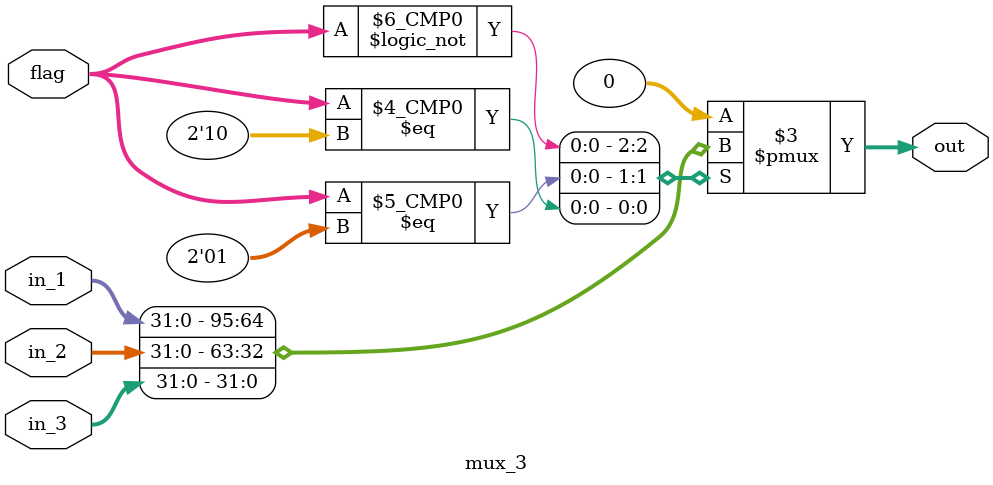
<source format=v>
module mux_3(in_1, in_2, in_3, out, flag);
	
	input [31:0] in_1, in_2, in_3;
	input [1:0] flag;  
	
	output reg [31:0] out;
	
	always @ (in_1, in_2, in_3, flag)
	begin
		case(flag)
			0: out = in_1;
			1: out = in_2;
			2: out = in_3;
			default: out = 0;
		endcase
	end
	
endmodule
</source>
